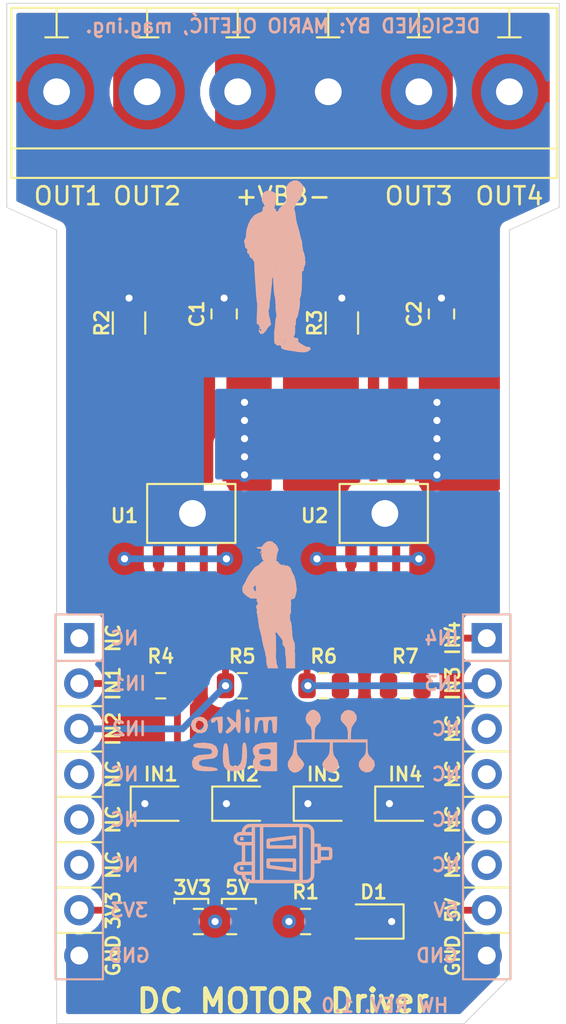
<source format=kicad_pcb>
(kicad_pcb (version 20171130) (host pcbnew "(5.1.5)-3")
  (layers (0 F.Cu signal) (31 B.Cu signal) (34 B.Paste user) (35 F.Paste user) (36 B.SilkS user) (37 F.SilkS user) (38 B.Mask user) (39 F.Mask user) (44 Edge.Cuts user))
  (net 0 "")
  (net 1 "Net-(CN1-Pad6)")
  (net 2 "Net-(CN1-Pad1)")
  (net 3 "Net-(CN1-Pad5)")
  (net 4 "Net-(CN1-Pad4)")
  (net 5 "Net-(CN2-Pad4)")
  (net 6 "Net-(CN2-Pad5)")
  (net 7 "Net-(CN2-Pad6)")
  (net 8 "Net-(CN2-Pad3)")
  (net 9 "Net-(D1-Pad2)")
  (net 10 "Net-(R2-Pad1)")
  (net 11 "Net-(R3-Pad1)")
  (net 12 GND)
  (net 13 +5V)
  (net 14 +3V3)
  (net 15 VCC)
  (net 16 /IN1)
  (net 17 /IN2)
  (net 18 /OUT2)
  (net 19 /OUT1)
  (net 20 /IN3)
  (net 21 /IN4)
  (net 22 /OUT4)
  (net 23 /OUT3)
  (net 24 +BATT)
  (net 25 "Net-(IN1-Pad2)")
  (net 26 "Net-(IN2-Pad2)")
  (net 27 "Net-(IN3-Pad2)")
  (net 28 "Net-(IN4-Pad2)")
  (module "DRV8870 BDC Motor Driver:DC_motor" (layer B.Cu) (at 139.7 117.475 180)
    (fp_text reference G*** hide)
    (fp_text value LOGO hide)
  )
  (module "DRV8870 BDC Motor Driver:me_logo3" (layer B.Cu) (at 139.065 103.505 180)
    (fp_text reference G*** hide)
    (fp_text value LOGO hide)
  )
  (module "DRV8870 BDC Motor Driver:m&d_logo4" (layer B.Cu) (at 139.7 84.455 180)
    (fp_text reference G*** hide)
    (fp_text value LOGO hide)
  )
  (module "DRV8870 BDC Motor Driver:ThermalPad" (layer F.Cu) (at 145.415 98.425)
    (fp_text reference REF** hide)
    (fp_text value ThermalPad hide)
    (pad 1 thru_hole rect (at 0 0) (size 2.5 2) (drill 1.5) (layers *.Cu *.Mask) (net 12 GND))
  )
  (module "DRV8870 BDC Motor Driver:ThermalPad" (layer F.Cu) (at 134.62 98.425)
    (fp_text reference REF** hide)
    (fp_text value ThermalPad hide)
    (pad 1 thru_hole rect (at 0 0) (size 2.5 2) (drill 1.5) (layers *.Cu *.Mask) (net 12 GND))
  )
  (module "DRV8870 BDC Motor Driver:Connector1x08_click" (layer B.Cu) (at 128.27 105.41 180)
    (fp_text reference CN1 hide)
    (fp_text value PinConnector1x08 hide)
    (pad 2 thru_hole oval (at 0 -2.54 180) (size 1.7 1.7) (drill 1) (layers *.Cu *.Mask) (net 16 /IN1))
    (pad 3 thru_hole oval (at 0 -5.08 180) (size 1.7 1.7) (drill 1) (layers *.Cu *.Mask) (net 17 /IN2))
    (pad 6 thru_hole oval (at 0 -12.7 180) (size 1.7 1.7) (drill 1) (layers *.Cu *.Mask) (net 1 "Net-(CN1-Pad6)"))
    (pad 7 thru_hole oval (at 0 -15.24 180) (size 1.7 1.7) (drill 1) (layers *.Cu *.Mask) (net 14 +3V3))
    (pad 1 thru_hole rect (at 0 0 180) (size 1.7 1.7) (drill 1) (layers *.Cu *.Mask) (net 2 "Net-(CN1-Pad1)"))
    (pad 5 thru_hole oval (at 0 -10.16 180) (size 1.7 1.7) (drill 1) (layers *.Cu *.Mask) (net 3 "Net-(CN1-Pad5)"))
    (pad 8 thru_hole oval (at 0 -17.78 180) (size 1.7 1.7) (drill 1) (layers *.Cu *.Mask) (net 12 GND))
    (pad 4 thru_hole oval (at 0 -7.62 180) (size 1.7 1.7) (drill 1) (layers *.Cu *.Mask) (net 4 "Net-(CN1-Pad4)"))
  )
  (module "DRV8870 BDC Motor Driver:Connector1x08_click" (layer B.Cu) (at 151.13 105.41 180)
    (fp_text reference CN2 hide)
    (fp_text value PinConnector1x08 hide)
    (pad 4 thru_hole oval (at 0 -7.62 180) (size 1.7 1.7) (drill 1) (layers *.Cu *.Mask) (net 5 "Net-(CN2-Pad4)"))
    (pad 8 thru_hole oval (at 0 -17.78 180) (size 1.7 1.7) (drill 1) (layers *.Cu *.Mask) (net 12 GND))
    (pad 5 thru_hole oval (at 0 -10.16 180) (size 1.7 1.7) (drill 1) (layers *.Cu *.Mask) (net 6 "Net-(CN2-Pad5)"))
    (pad 1 thru_hole rect (at 0 0 180) (size 1.7 1.7) (drill 1) (layers *.Cu *.Mask) (net 21 /IN4))
    (pad 7 thru_hole oval (at 0 -15.24 180) (size 1.7 1.7) (drill 1) (layers *.Cu *.Mask) (net 13 +5V))
    (pad 6 thru_hole oval (at 0 -12.7 180) (size 1.7 1.7) (drill 1) (layers *.Cu *.Mask) (net 7 "Net-(CN2-Pad6)"))
    (pad 3 thru_hole oval (at 0 -5.08 180) (size 1.7 1.7) (drill 1) (layers *.Cu *.Mask) (net 8 "Net-(CN2-Pad3)"))
    (pad 2 thru_hole oval (at 0 -2.54 180) (size 1.7 1.7) (drill 1) (layers *.Cu *.Mask) (net 20 /IN3))
  )
  (module "DRV8870 BDC Motor Driver:Jumper_0805" (layer F.Cu) (at 134.9525 121.285)
    (fp_text reference JMP1 hide)
    (fp_text value J0805 hide)
    (pad 3 smd roundrect (at 2.8044 0) (size 0.975 1.4) (layers F.Cu F.Paste F.Mask) (net 13 +5V))
    (pad 1 smd roundrect (at -0.9375 0) (size 0.975 1.4) (layers F.Cu F.Paste F.Mask) (net 14 +3V3))
    (pad 2 smd roundrect (at 0.9375 0) (size 0.975 1.4) (layers F.Cu F.Paste F.Mask) (net 15 VCC))
  )
  (module "DRV8870 BDC Motor Driver:HSOP-8" (layer F.Cu) (at 134.62 98.425 90)
    (fp_text reference U1 (at -0.127 -3.81 180) (layer F.SilkS) (effects (font (size 0.762 0.762))))
    (fp_text value DRV8870 hide)
    (pad 1 smd rect (at -2.875 -1.905 90) (size 2.15 0.45) (layers F.Cu F.Paste F.Mask) (net 12 GND))
    (pad 2 smd rect (at -2.875 -0.635 90) (size 2.15 0.45) (layers F.Cu F.Paste F.Mask) (net 16 /IN1))
    (pad 3 smd rect (at -2.875 0.635 90) (size 2.15 0.45) (layers F.Cu F.Paste F.Mask) (net 17 /IN2))
    (pad 4 smd rect (at -2.875 1.905 90) (size 2.15 0.45) (layers F.Cu F.Paste F.Mask) (net 15 VCC))
    (pad 5 smd rect (at 2.875 1.905 90) (size 2.15 0.45) (layers F.Cu F.Paste F.Mask) (net 24 +BATT))
    (pad 6 smd rect (at 2.875 0.635 90) (size 2.15 0.45) (layers F.Cu F.Paste F.Mask) (net 18 /OUT2))
    (pad 7 smd rect (at 2.875 -0.635 90) (size 2.15 0.45) (layers F.Cu F.Paste F.Mask) (net 10 "Net-(R2-Pad1)"))
    (pad 8 smd rect (at 2.875 -1.905 90) (size 2.15 0.45) (layers F.Cu F.Paste F.Mask) (net 19 /OUT1))
    (pad 9 smd rect (at 0 0 90) (size 2.4 3.1) (layers F.Cu F.Paste F.Mask) (net 12 GND))
  )
  (module "DRV8870 BDC Motor Driver:HSOP-8" (layer F.Cu) (at 145.415 98.425 90)
    (fp_text reference U2 (at -0.127 -3.937 180) (layer F.SilkS) (effects (font (size 0.762 0.762))))
    (fp_text value DRV8870 hide)
    (pad 1 smd rect (at -2.875 -1.905 90) (size 2.15 0.45) (layers F.Cu F.Paste F.Mask) (net 12 GND))
    (pad 2 smd rect (at -2.875 -0.635 90) (size 2.15 0.45) (layers F.Cu F.Paste F.Mask) (net 20 /IN3))
    (pad 3 smd rect (at -2.875 0.635 90) (size 2.15 0.45) (layers F.Cu F.Paste F.Mask) (net 21 /IN4))
    (pad 4 smd rect (at -2.875 1.905 90) (size 2.15 0.45) (layers F.Cu F.Paste F.Mask) (net 15 VCC))
    (pad 5 smd rect (at 2.875 1.905 90) (size 2.15 0.45) (layers F.Cu F.Paste F.Mask) (net 24 +BATT))
    (pad 6 smd rect (at 2.875 0.635 90) (size 2.15 0.45) (layers F.Cu F.Paste F.Mask) (net 22 /OUT4))
    (pad 7 smd rect (at 2.875 -0.635 90) (size 2.15 0.45) (layers F.Cu F.Paste F.Mask) (net 11 "Net-(R3-Pad1)"))
    (pad 8 smd rect (at 2.875 -1.905 90) (size 2.15 0.45) (layers F.Cu F.Paste F.Mask) (net 23 /OUT3))
    (pad 9 smd rect (at 0 0 90) (size 2.4 3.1) (layers F.Cu F.Paste F.Mask) (net 12 GND))
  )
  (module LED_SMD:LED_0805_2012Metric (layer F.Cu) (at 144.78 121.285 180)
    (fp_text reference D1 (at 0 1.651) (layer F.SilkS) (effects (font (size 0.762 0.762))))
    (fp_text value LED hide)
    (pad 1 smd roundrect (at -0.9375 0 180) (size 0.975 1.4) (layers F.Cu F.Paste F.Mask) (net 12 GND))
    (pad 2 smd roundrect (at 0.9375 0 180) (size 0.975 1.4) (layers F.Cu F.Paste F.Mask) (net 9 "Net-(D1-Pad2)"))
  )
  (module Resistor_SMD:R_0805_2012Metric (layer F.Cu) (at 140.97 121.285)
    (fp_text reference R1 (at 0 -1.65) (layer F.SilkS) (effects (font (size 0.762 0.762))))
    (fp_text value 4k7 hide)
    (pad 1 smd roundrect (at -0.9375 0) (size 0.975 1.4) (layers F.Cu F.Paste F.Mask) (net 15 VCC))
    (pad 2 smd roundrect (at 0.9375 0) (size 0.975 1.4) (layers F.Cu F.Paste F.Mask) (net 9 "Net-(D1-Pad2)"))
  )
  (module Resistor_SMD:R_1206_3216Metric (layer F.Cu) (at 131.064 87.757 90)
    (fp_text reference R2 (at 0 -1.524 90) (layer F.SilkS) (effects (font (size 0.762 0.762))))
    (fp_text value R hide)
    (pad 1 smd roundrect (at -1.4 0 90) (size 1.25 1.75) (layers F.Cu F.Paste F.Mask) (roundrect_rratio 0.2) (net 10 "Net-(R2-Pad1)"))
    (pad 2 smd roundrect (at 1.4 0 90) (size 1.25 1.75) (layers F.Cu F.Paste F.Mask) (roundrect_rratio 0.2) (net 12 GND))
  )
  (module Resistor_SMD:R_1206_3216Metric (layer F.Cu) (at 143.002 87.757 90)
    (fp_text reference R3 (at 0 -1.524 90) (layer F.SilkS) (effects (font (size 0.762 0.762))))
    (fp_text value R hide)
    (pad 2 smd roundrect (at 1.4 0 90) (size 1.25 1.75) (layers F.Cu F.Paste F.Mask) (roundrect_rratio 0.2) (net 12 GND))
    (pad 1 smd roundrect (at -1.4 0 90) (size 1.25 1.75) (layers F.Cu F.Paste F.Mask) (roundrect_rratio 0.2) (net 11 "Net-(R3-Pad1)"))
  )
  (module Capacitor_SMD:C_0805_2012Metric (layer F.Cu) (at 136.398 87.249 90)
    (fp_text reference C1 (at 0 -1.524 90) (layer F.SilkS) (effects (font (size 0.762 0.762))))
    (fp_text value 100nF hide)
    (pad 2 smd roundrect (at 0.9375 0 90) (size 0.975 1.4) (layers F.Cu F.Paste F.Mask) (net 12 GND))
    (pad 1 smd roundrect (at -0.9375 0 90) (size 0.975 1.4) (layers F.Cu F.Paste F.Mask) (net 24 +BATT))
  )
  (module Capacitor_SMD:C_0805_2012Metric (layer F.Cu) (at 148.59 87.249 90)
    (fp_text reference C2 (at 0 -1.524 90) (layer F.SilkS) (effects (font (size 0.762 0.762))))
    (fp_text value 100nF hide)
    (pad 1 smd roundrect (at -0.9375 0 90) (size 0.975 1.4) (layers F.Cu F.Paste F.Mask) (net 24 +BATT))
    (pad 2 smd roundrect (at 0.9375 0 90) (size 0.975 1.4) (layers F.Cu F.Paste F.Mask) (net 12 GND))
  )
  (module "DRV8870 BDC Motor Driver:mikrobus_logo5" (layer B.Cu) (at 139.7 111.252 180)
    (fp_text reference logo1 hide)
    (fp_text value mikroBUSlogo hide)
  )
  (module "DRV8870 BDC Motor Driver:PCB_Screw_Terminal_5.08_6ways" (layer F.Cu) (at 152.4 74.93 180)
    (fp_text reference J1 hide)
    (fp_text value Screw_Terminal_01x06 hide)
    (pad 3 thru_hole circle (at 10.16 0.127 180) (size 3.2 3.2) (drill 1.5) (layers *.Cu *.Mask) (net 12 GND))
    (pad 1 thru_hole circle (at 0 0.127 180) (size 3.2 3.2) (drill 1.5) (layers *.Cu *.Mask) (net 22 /OUT4))
    (pad 2 thru_hole circle (at 5.08 0.127 180) (size 3.2 3.2) (drill 1.5) (layers *.Cu *.Mask) (net 23 /OUT3))
    (pad 4 thru_hole circle (at 15.24 0.127 180) (size 3.2 3.2) (drill 1.5) (layers *.Cu *.Mask) (net 24 +BATT))
    (pad 5 thru_hole circle (at 20.32 0.127 180) (size 3.2 3.2) (drill 1.5) (layers *.Cu *.Mask) (net 18 /OUT2))
    (pad 6 thru_hole circle (at 25.4 0.127 180) (size 3.2 3.2) (drill 1.5) (layers *.Cu *.Mask) (net 19 /OUT1))
  )
  (module LED_SMD:LED_0805_2012Metric (layer F.Cu) (at 132.842 114.681)
    (fp_text reference IN1 (at 0 -1.65) (layer F.SilkS) (effects (font (size 0.762 0.762))))
    (fp_text value LED hide)
    (pad 1 smd roundrect (at -0.9375 0) (size 0.975 1.4) (layers F.Cu F.Paste F.Mask) (net 12 GND))
    (pad 2 smd roundrect (at 0.9375 0) (size 0.975 1.4) (layers F.Cu F.Paste F.Mask) (net 25 "Net-(IN1-Pad2)"))
  )
  (module LED_SMD:LED_0805_2012Metric (layer F.Cu) (at 137.414 114.681)
    (fp_text reference IN2 (at 0 -1.65) (layer F.SilkS) (effects (font (size 0.762 0.762))))
    (fp_text value LED hide)
    (pad 2 smd roundrect (at 0.9375 0) (size 0.975 1.4) (layers F.Cu F.Paste F.Mask) (net 26 "Net-(IN2-Pad2)"))
    (pad 1 smd roundrect (at -0.9375 0) (size 0.975 1.4) (layers F.Cu F.Paste F.Mask) (net 12 GND))
  )
  (module LED_SMD:LED_0805_2012Metric (layer F.Cu) (at 141.986 114.681)
    (fp_text reference IN3 (at 0 -1.65) (layer F.SilkS) (effects (font (size 0.762 0.762))))
    (fp_text value LED hide)
    (pad 2 smd roundrect (at 0.9375 0) (size 0.975 1.4) (layers F.Cu F.Paste F.Mask) (net 27 "Net-(IN3-Pad2)"))
    (pad 1 smd roundrect (at -0.9375 0) (size 0.975 1.4) (layers F.Cu F.Paste F.Mask) (net 12 GND))
  )
  (module LED_SMD:LED_0805_2012Metric (layer F.Cu) (at 146.558 114.681)
    (fp_text reference IN4 (at 0 -1.65) (layer F.SilkS) (effects (font (size 0.762 0.762))))
    (fp_text value LED hide)
    (pad 1 smd roundrect (at -0.9375 0) (size 0.975 1.4) (layers F.Cu F.Paste F.Mask) (net 12 GND))
    (pad 2 smd roundrect (at 0.9375 0) (size 0.975 1.4) (layers F.Cu F.Paste F.Mask) (net 28 "Net-(IN4-Pad2)"))
  )
  (module Resistor_SMD:R_0805_2012Metric (layer F.Cu) (at 132.842 108.077)
    (fp_text reference R4 (at 0 -1.65) (layer F.SilkS) (effects (font (size 0.762 0.762))))
    (fp_text value 4k7 hide)
    (pad 1 smd roundrect (at -0.9375 0) (size 0.975 1.4) (layers F.Cu F.Paste F.Mask) (net 16 /IN1))
    (pad 2 smd roundrect (at 0.9375 0) (size 0.975 1.4) (layers F.Cu F.Paste F.Mask) (net 25 "Net-(IN1-Pad2)"))
  )
  (module Resistor_SMD:R_0805_2012Metric (layer F.Cu) (at 137.414 108.077)
    (fp_text reference R5 (at 0 -1.65) (layer F.SilkS) (effects (font (size 0.762 0.762))))
    (fp_text value 4k7 hide)
    (pad 2 smd roundrect (at 0.9375 0) (size 0.975 1.4) (layers F.Cu F.Paste F.Mask) (net 26 "Net-(IN2-Pad2)"))
    (pad 1 smd roundrect (at -0.9375 0) (size 0.975 1.4) (layers F.Cu F.Paste F.Mask) (net 17 /IN2))
  )
  (module Resistor_SMD:R_0805_2012Metric (layer F.Cu) (at 141.986 108.077)
    (fp_text reference R6 (at 0 -1.65) (layer F.SilkS) (effects (font (size 0.762 0.762))))
    (fp_text value 4k7 hide)
    (pad 1 smd roundrect (at -0.9375 0) (size 0.975 1.4) (layers F.Cu F.Paste F.Mask) (net 20 /IN3))
    (pad 2 smd roundrect (at 0.9375 0) (size 0.975 1.4) (layers F.Cu F.Paste F.Mask) (net 27 "Net-(IN3-Pad2)"))
  )
  (module Resistor_SMD:R_0805_2012Metric (layer F.Cu) (at 146.558 108.077)
    (fp_text reference R7 (at 0 -1.65) (layer F.SilkS) (effects (font (size 0.762 0.762))))
    (fp_text value 4k7 hide)
    (pad 2 smd roundrect (at 0.9375 0) (size 0.975 1.4) (layers F.Cu F.Paste F.Mask) (net 28 "Net-(IN4-Pad2)"))
    (pad 1 smd roundrect (at -0.9375 0) (size 0.975 1.4) (layers F.Cu F.Paste F.Mask) (net 21 /IN4))
  )
  (gr_text OUT4 (at 152.4 80.645) (layer F.SilkS) (effects (font (size 1 1))))
  (gr_text OUT3 (at 147.32 80.645) (layer F.SilkS) (effects (font (size 1 1))))
  (gr_text OUT2 (at 132.08 80.645) (layer F.SilkS) (effects (font (size 1 1))))
  (gr_text OUT1 (at 127.635 80.645) (layer F.SilkS) (effects (font (size 1 1))))
  (gr_text +VBB- (at 139.7 80.645) (layer F.SilkS) (effects (font (size 1 1))))
  (gr_line (start 138.176 120.015) (end 138.176 120.269) (layer F.SilkS) (width 0.12))
  (gr_line (start 136.271 120.015) (end 138.176 120.015) (layer F.SilkS) (width 0.12))
  (gr_line (start 136.271 120.269) (end 136.271 120.015) (layer F.SilkS) (width 0.12))
  (gr_line (start 135.509 120.015) (end 135.509 120.269) (layer F.SilkS) (width 0.12))
  (gr_line (start 133.604 120.015) (end 135.509 120.015) (layer F.SilkS) (width 0.12))
  (gr_line (start 133.604 120.269) (end 133.604 120.015) (layer F.SilkS) (width 0.12))
  (gr_line (start 155.194 81.28) (end 152.4 82.55) (layer Edge.Cuts) (width 0.05))
  (gr_line (start 155.194 69.85) (end 155.194 81.28) (layer Edge.Cuts) (width 0.05))
  (gr_line (start 124.206 81.28) (end 127 82.55) (layer Edge.Cuts) (width 0.05))
  (gr_line (start 124.206 69.85) (end 124.206 81.28) (layer Edge.Cuts) (width 0.05))
  (gr_text "DESIGNED BY: MARIO OLETIĆ, mag.ing." (at 139.7 71.12) (layer B.SilkS) (effects (font (size 0.762 0.762)) (justify mirror)))
  (gr_text "HW REV. 1.0" (at 145.415 125.984) (layer B.SilkS) (effects (font (size 0.762 0.762)) (justify mirror)))
  (gr_text IN4 (at 148.59 105.41) (layer B.SilkS) (effects (font (size 0.762 0.762)) (justify mirror)))
  (gr_text IN3 (at 148.59 107.95) (layer B.SilkS) (effects (font (size 0.762 0.762)) (justify mirror)))
  (gr_text NC (at 148.844 110.49) (layer B.SilkS) (effects (font (size 0.762 0.762)) (justify mirror)))
  (gr_text NC (at 148.844 113.03) (layer B.SilkS) (effects (font (size 0.762 0.762)) (justify mirror)))
  (gr_text NC (at 148.844 115.57) (layer B.SilkS) (effects (font (size 0.762 0.762)) (justify mirror)))
  (gr_text NC (at 148.844 118.11) (layer B.SilkS) (effects (font (size 0.762 0.762)) (justify mirror)))
  (gr_text 5V (at 148.844 120.65) (layer B.SilkS) (effects (font (size 0.762 0.762)) (justify mirror)))
  (gr_text GND (at 148.336 123.19) (layer B.SilkS) (effects (font (size 0.762 0.762)) (justify mirror)))
  (gr_text GND (at 131.064 123.19) (layer B.SilkS) (effects (font (size 0.762 0.762)) (justify mirror)))
  (gr_text 3V3 (at 131.064 120.65) (layer B.SilkS) (effects (font (size 0.762 0.762)) (justify mirror)))
  (gr_text NC (at 130.81 118.11) (layer B.SilkS) (effects (font (size 0.762 0.762)) (justify mirror)))
  (gr_text NC (at 130.81 115.57) (layer B.SilkS) (effects (font (size 0.762 0.762)) (justify mirror)))
  (gr_text NC (at 130.81 113.03) (layer B.SilkS) (effects (font (size 0.762 0.762)) (justify mirror)))
  (gr_text IN2 (at 131.064 110.49) (layer B.SilkS) (effects (font (size 0.762 0.762)) (justify mirror)))
  (gr_text IN1 (at 131.064 107.95) (layer B.SilkS) (effects (font (size 0.762 0.762)) (justify mirror)))
  (gr_text NC (at 130.81 105.41) (layer B.SilkS) (effects (font (size 0.762 0.762)) (justify mirror)))
  (gr_text "DC MOTOR Driver" (at 139.7 125.73) (layer F.SilkS) (effects (font (size 1.27 1.27) (thickness 0.254))))
  (gr_text 5V (at 137.16 119.38) (layer F.SilkS) (effects (font (size 0.762 0.762))))
  (gr_text 3V3 (at 134.62 119.38) (layer F.SilkS) (effects (font (size 0.762 0.762))))
  (gr_text NC (at 130.175 118.11 90) (layer F.SilkS) (effects (font (size 0.762 0.762))))
  (gr_text NC (at 130.175 115.57 90) (layer F.SilkS) (effects (font (size 0.762 0.762))))
  (gr_text NC (at 130.175 113.03 90) (layer F.SilkS) (effects (font (size 0.762 0.762))))
  (gr_text NC (at 130.175 105.41 90) (layer F.SilkS) (effects (font (size 0.762 0.762))))
  (gr_text NC (at 149.225 118.11 90) (layer F.SilkS) (effects (font (size 0.762 0.762))))
  (gr_text NC (at 149.225 115.57 90) (layer F.SilkS) (effects (font (size 0.762 0.762))))
  (gr_text NC (at 149.225 113.03 90) (layer F.SilkS) (effects (font (size 0.762 0.762))))
  (gr_text NC (at 149.225 110.49 90) (layer F.SilkS) (effects (font (size 0.762 0.762))))
  (gr_text IN4 (at 149.225 105.41 90) (layer F.SilkS) (effects (font (size 0.762 0.762))))
  (gr_text IN3 (at 149.225 107.95 90) (layer F.SilkS) (effects (font (size 0.762 0.762))))
  (gr_text IN2 (at 130.175 110.49 90) (layer F.SilkS) (effects (font (size 0.762 0.762))))
  (gr_text IN1 (at 130.175 107.95 90) (layer F.SilkS) (effects (font (size 0.762 0.762))))
  (gr_text 5V (at 149.225 120.65 90) (layer F.SilkS) (effects (font (size 0.762 0.762))))
  (gr_text 3V3 (at 130.175 120.65 90) (layer F.SilkS) (effects (font (size 0.762 0.762))))
  (gr_text GND (at 149.225 123.19 90) (layer F.SilkS) (effects (font (size 0.762 0.762))))
  (gr_text GND (at 130.175 123.19 90) (layer F.SilkS) (effects (font (size 0.762 0.762))))
  (gr_line (start 152.4 106.68) (end 149.86 106.68) (layer F.SilkS) (width 0.12))
  (gr_line (start 152.4 109.22) (end 149.86 109.22) (layer F.SilkS) (width 0.12))
  (gr_line (start 152.4 111.76) (end 149.86 111.76) (layer F.SilkS) (width 0.12))
  (gr_line (start 152.4 114.3) (end 149.86 114.3) (layer F.SilkS) (width 0.12))
  (gr_line (start 152.4 116.84) (end 149.86 116.84) (layer F.SilkS) (width 0.12))
  (gr_line (start 152.4 119.38) (end 149.86 119.38) (layer F.SilkS) (width 0.12))
  (gr_line (start 152.4 121.92) (end 149.86 121.92) (layer F.SilkS) (width 0.12))
  (gr_line (start 127 121.92) (end 129.54 121.92) (layer F.SilkS) (width 0.12))
  (gr_line (start 127 119.38) (end 129.54 119.38) (layer F.SilkS) (width 0.12))
  (gr_line (start 127 116.84) (end 129.54 116.84) (layer F.SilkS) (width 0.12))
  (gr_line (start 127 114.3) (end 129.54 114.3) (layer F.SilkS) (width 0.12))
  (gr_line (start 127 111.76) (end 129.54 111.76) (layer F.SilkS) (width 0.12))
  (gr_line (start 127 109.22) (end 129.54 109.22) (layer F.SilkS) (width 0.12))
  (gr_line (start 127 106.68) (end 129.54 106.68) (layer F.SilkS) (width 0.12))
  (gr_line (start 155.194 69.85) (end 124.206 69.85) (layer Edge.Cuts) (width 0.05))
  (gr_line (start 152.4 82.55) (end 152.4 124.46) (layer Edge.Cuts) (width 0.05))
  (gr_line (start 127 127) (end 127 82.55) (layer Edge.Cuts) (width 0.05))
  (gr_line (start 149.86 127) (end 152.4 124.46) (layer Edge.Cuts) (width 0.05))
  (gr_line (start 127 127) (end 149.86 127) (layer Edge.Cuts) (width 0.05))
  (via (at 148.336 92.202) (size 0.8) (drill 0.4) (layers F.Cu B.Cu) (net 24))
  (via (at 137.541 92.202) (size 0.8) (drill 0.4) (layers F.Cu B.Cu) (net 24))
  (segment (start 141.9075 121.285) (end 143.8425 121.285) (width 0.381) (layer F.Cu) (net 9))
  (segment (start 133.985 93.84) (end 132.22 92.075) (width 0.635) (layer F.Cu) (net 10))
  (segment (start 133.985 95.55) (end 133.985 93.84) (width 0.635) (layer F.Cu) (net 10))
  (segment (start 132.22 92.075) (end 132.08 92.075) (width 0.635) (layer F.Cu) (net 10))
  (segment (start 131.064 91.059) (end 131.064 89.157) (width 0.635) (layer F.Cu) (net 10))
  (segment (start 132.08 92.075) (end 131.064 91.059) (width 0.635) (layer F.Cu) (net 10))
  (segment (start 143.877 89.157) (end 143.002 89.157) (width 0.635) (layer F.Cu) (net 11))
  (segment (start 144.78 90.06) (end 143.877 89.157) (width 0.635) (layer F.Cu) (net 11))
  (segment (start 144.78 95.55) (end 144.78 90.06) (width 0.635) (layer F.Cu) (net 11))
  (via (at 148.59 86.36) (size 0.8) (drill 0.4) (layers F.Cu B.Cu) (net 12))
  (via (at 143.002 86.36) (size 0.8) (drill 0.4) (layers F.Cu B.Cu) (net 12))
  (via (at 136.398 86.36) (size 0.8) (drill 0.4) (layers F.Cu B.Cu) (net 12))
  (via (at 131.064 86.36) (size 0.8) (drill 0.4) (layers F.Cu B.Cu) (net 12))
  (via (at 145.796 121.285) (size 0.8) (drill 0.4) (layers F.Cu B.Cu) (net 12))
  (via (at 145.669 114.681) (size 0.8) (drill 0.4) (layers F.Cu B.Cu) (net 12))
  (via (at 141.097 114.681) (size 0.8) (drill 0.4) (layers F.Cu B.Cu) (net 12))
  (via (at 136.525 114.681) (size 0.8) (drill 0.4) (layers F.Cu B.Cu) (net 12))
  (via (at 131.953 114.681) (size 0.8) (drill 0.4) (layers F.Cu B.Cu) (net 12))
  (segment (start 132.735 98.425) (end 134.62 98.425) (width 0.635) (layer F.Cu) (net 12))
  (segment (start 132.715 98.445) (end 132.735 98.425) (width 0.635) (layer F.Cu) (net 12))
  (segment (start 132.715 101.3) (end 132.715 98.445) (width 0.635) (layer F.Cu) (net 12))
  (segment (start 143.53 98.425) (end 145.415 98.425) (width 0.635) (layer F.Cu) (net 12))
  (segment (start 143.51 101.3) (end 143.51 98.445) (width 0.635) (layer F.Cu) (net 12))
  (segment (start 143.51 98.445) (end 143.53 98.425) (width 0.635) (layer F.Cu) (net 12))
  (segment (start 137.7569 121.285) (end 137.7569 122.5169) (width 0.381) (layer F.Cu) (net 13))
  (segment (start 137.7569 122.5169) (end 138.43 123.19) (width 0.381) (layer F.Cu) (net 13))
  (segment (start 138.43 123.19) (end 147.955 123.19) (width 0.381) (layer F.Cu) (net 13))
  (segment (start 147.955 123.19) (end 148.59 122.555) (width 0.381) (layer F.Cu) (net 13))
  (segment (start 148.59 122.555) (end 148.59 121.285) (width 0.381) (layer F.Cu) (net 13))
  (segment (start 149.225 120.65) (end 151.13 120.65) (width 0.381) (layer F.Cu) (net 13))
  (segment (start 148.59 121.285) (end 149.225 120.65) (width 0.381) (layer F.Cu) (net 13))
  (segment (start 134.015 121.285) (end 132.715 121.285) (width 0.381) (layer F.Cu) (net 14))
  (segment (start 132.08 120.65) (end 128.27 120.65) (width 0.381) (layer F.Cu) (net 14))
  (segment (start 132.715 121.285) (end 132.08 120.65) (width 0.381) (layer F.Cu) (net 14))
  (via (at 141.605 100.965) (size 0.8) (drill 0.4) (layers F.Cu B.Cu) (net 15))
  (via (at 130.81 100.965) (size 0.8) (drill 0.4) (layers F.Cu B.Cu) (net 15))
  (via (at 147.32 100.965) (size 0.8) (drill 0.4) (layers F.Cu B.Cu) (net 15))
  (via (at 136.525 100.965) (size 0.8) (drill 0.4) (layers F.Cu B.Cu) (net 15))
  (segment (start 136.525 119.38) (end 135.89 120.015) (width 0.381) (layer F.Cu) (net 15))
  (segment (start 139.7 119.38) (end 136.525 119.38) (width 0.381) (layer F.Cu) (net 15))
  (segment (start 135.89 120.015) (end 135.89 121.285) (width 0.381) (layer F.Cu) (net 15))
  (segment (start 140.0325 121.285) (end 140.0325 121.285) (width 0.381) (layer F.Cu) (net 15))
  (segment (start 140.0325 119.7125) (end 139.7 119.38) (width 0.381) (layer F.Cu) (net 15))
  (segment (start 135.89 121.285) (end 135.89 121.285) (width 0.381) (layer F.Cu) (net 15))
  (via (at 135.89 121.285) (size 0.8) (drill 0.4) (layers F.Cu B.Cu) (net 15))
  (segment (start 140.0325 121.285) (end 140.0325 119.7125) (width 0.381) (layer F.Cu) (net 15))
  (via (at 140.0325 121.285) (size 0.8) (drill 0.4) (layers F.Cu B.Cu) (net 15))
  (segment (start 136.525 100.965) (end 130.81 100.965) (width 0.381) (layer B.Cu) (net 15))
  (segment (start 147.32 100.965) (end 141.605 100.965) (width 0.381) (layer B.Cu) (net 15))
  (segment (start 131.7775 107.95) (end 131.9045 108.077) (width 0.381) (layer F.Cu) (net 16))
  (segment (start 128.27 107.95) (end 131.7775 107.95) (width 0.381) (layer F.Cu) (net 16))
  (segment (start 133.985 101.3) (end 133.985 103.505) (width 0.381) (layer F.Cu) (net 16))
  (segment (start 131.9045 105.5855) (end 131.9045 108.077) (width 0.381) (layer F.Cu) (net 16))
  (segment (start 133.985 103.505) (end 131.9045 105.5855) (width 0.381) (layer F.Cu) (net 16))
  (segment (start 135.255 101.3) (end 135.255 104.14) (width 0.381) (layer F.Cu) (net 17))
  (segment (start 136.4765 105.3615) (end 136.4765 108.077) (width 0.381) (layer F.Cu) (net 17))
  (segment (start 135.255 104.14) (end 136.4765 105.3615) (width 0.381) (layer F.Cu) (net 17))
  (segment (start 136.4765 108.077) (end 136.4765 108.077) (width 0.381) (layer F.Cu) (net 17))
  (via (at 136.4765 108.077) (size 0.8) (drill 0.4) (layers F.Cu B.Cu) (net 17))
  (segment (start 134.0635 110.49) (end 136.4765 108.077) (width 0.381) (layer B.Cu) (net 17))
  (segment (start 128.27 110.49) (end 134.0635 110.49) (width 0.381) (layer B.Cu) (net 17))
  (via (at 141.097 108.077) (size 0.8) (drill 0.4) (layers F.Cu B.Cu) (net 20))
  (segment (start 151.003 108.077) (end 151.13 107.95) (width 0.381) (layer B.Cu) (net 20))
  (segment (start 141.097 108.077) (end 151.003 108.077) (width 0.381) (layer B.Cu) (net 20))
  (segment (start 144.78 101.3) (end 144.78 102.87) (width 0.381) (layer F.Cu) (net 20))
  (segment (start 141.0485 106.6015) (end 141.0485 108.077) (width 0.381) (layer F.Cu) (net 20))
  (segment (start 144.78 102.87) (end 141.0485 106.6015) (width 0.381) (layer F.Cu) (net 20))
  (segment (start 145.6205 107.1095) (end 145.6205 108.077) (width 0.381) (layer F.Cu) (net 21))
  (segment (start 151.13 105.41) (end 147.32 105.41) (width 0.381) (layer F.Cu) (net 21))
  (segment (start 147.32 105.41) (end 145.6205 107.1095) (width 0.381) (layer F.Cu) (net 21))
  (segment (start 149.899 105.41) (end 151.13 105.41) (width 0.381) (layer F.Cu) (net 21))
  (segment (start 148.704 105.41) (end 149.899 105.41) (width 0.381) (layer F.Cu) (net 21))
  (segment (start 146.05 102.756) (end 148.704 105.41) (width 0.381) (layer F.Cu) (net 21))
  (segment (start 146.05 101.3) (end 146.05 102.756) (width 0.381) (layer F.Cu) (net 21))
  (via (at 148.336 93.218) (size 0.8) (drill 0.4) (layers F.Cu B.Cu) (net 24))
  (via (at 148.336 94.234) (size 0.8) (drill 0.4) (layers F.Cu B.Cu) (net 24))
  (via (at 148.336 95.25) (size 0.8) (drill 0.4) (layers F.Cu B.Cu) (net 24))
  (via (at 148.336 96.266) (size 0.8) (drill 0.4) (layers F.Cu B.Cu) (net 24))
  (via (at 137.541 93.218) (size 0.8) (drill 0.4) (layers F.Cu B.Cu) (net 24))
  (via (at 137.541 94.234) (size 0.8) (drill 0.4) (layers F.Cu B.Cu) (net 24))
  (via (at 137.541 95.25) (size 0.8) (drill 0.4) (layers F.Cu B.Cu) (net 24))
  (via (at 137.541 96.266) (size 0.8) (drill 0.4) (layers F.Cu B.Cu) (net 24))
  (segment (start 133.7795 108.077) (end 133.7795 114.681) (width 0.381) (layer F.Cu) (net 25))
  (segment (start 138.3515 108.077) (end 138.3515 114.681) (width 0.381) (layer F.Cu) (net 26))
  (segment (start 142.9235 108.077) (end 142.9235 114.681) (width 0.381) (layer F.Cu) (net 27))
  (segment (start 147.4955 108.077) (end 147.4955 114.681) (width 0.381) (layer F.Cu) (net 28))
  (zone (net 19) (net_name /OUT1) (layer F.Cu) (connect_pads yes (clearance 0.508)) (min_thickness 0.254) (fill yes (arc_segments 32) (thermal_gap 0.508) (thermal_bridge_width 0.508))
    (polygon (pts (xy 129.54 76.835) (xy 130.81 78.105) (xy 130.81 90.805) (xy 133.985 93.98) (xy 133.985 97.155) (xy 127 97.155) (xy 127 82.55) (xy 123.825 81.28) (xy 123.825 69.85) (xy 129.54 69.85)))
  )
  (zone (net 18) (net_name /OUT2) (layer F.Cu) (connect_pads yes (clearance 0.508)) (min_thickness 0.254) (fill yes (arc_segments 32) (thermal_gap 0.508) (thermal_bridge_width 0.508))
    (polygon (pts (xy 135.255 89.535) (xy 135.89 89.535) (xy 135.89 97.155) (xy 134.62 97.155) (xy 134.62 93.345) (xy 131.445 90.17) (xy 131.445 77.47) (xy 130.175 76.2) (xy 130.175 69.85) (xy 135.255 69.85)))
  )
  (zone (net 24) (net_name +BATT) (layer F.Cu) (connect_pads yes (clearance 0.508)) (min_thickness 0.254) (fill yes (arc_segments 32) (thermal_gap 0.508) (thermal_bridge_width 0.508))
    (polygon (pts (xy 142.24 78.105) (xy 139.065 78.105) (xy 139.065 97.155) (xy 136.525 97.155) (xy 136.525 88.9) (xy 135.89 88.9) (xy 135.89 69.85) (xy 142.24 69.85)))
  )
  (zone (net 23) (net_name /OUT3) (layer F.Cu) (connect_pads yes (clearance 0.508)) (min_thickness 0.254) (fill yes (arc_segments 32) (thermal_gap 0.508) (thermal_bridge_width 0.508))
    (polygon (pts (xy 149.225 81.28) (xy 144.145 81.28) (xy 144.145 97.155) (xy 139.7 97.155) (xy 139.7 78.74) (xy 142.875 78.74) (xy 142.875 69.85) (xy 149.225 69.85)))
  )
  (zone (net 22) (net_name /OUT4) (layer F.Cu) (connect_pads yes (clearance 0.508)) (min_thickness 0.254) (fill yes (arc_segments 32) (thermal_gap 0.508) (thermal_bridge_width 0.508))
    (polygon (pts (xy 155.575 81.28) (xy 152.4 82.55) (xy 152.4 85.09) (xy 147.955 85.09) (xy 147.955 88.9) (xy 146.685 88.9) (xy 146.685 97.155) (xy 144.78 97.155) (xy 144.78 81.915) (xy 149.86 81.915) (xy 149.86 69.85) (xy 155.575 69.85)))
  )
  (zone (net 24) (net_name +BATT) (layer F.Cu) (connect_pads yes (clearance 0.508)) (min_thickness 0.254) (fill yes (arc_segments 32) (thermal_gap 0.508) (thermal_bridge_width 0.508))
    (polygon (pts (xy 152.4 97.155) (xy 147.32 97.155) (xy 147.32 89.535) (xy 148.59 89.535) (xy 148.59 85.725) (xy 152.4 85.725)))
  )
  (zone (net 24) (net_name +BATT) (layer B.Cu) (connect_pads yes (clearance 0.508)) (min_thickness 0.254) (fill yes (arc_segments 32) (thermal_gap 0.508) (thermal_bridge_width 0.508))
    (polygon (pts (xy 152.4 96.52) (xy 135.89 96.52) (xy 135.89 91.44) (xy 152.4 91.44)))
  )
  (zone (net 12) (net_name GND) (layer B.Cu) (connect_pads yes (clearance 0.508)) (min_thickness 0.254) (fill yes (arc_segments 32) (thermal_gap 0.508) (thermal_bridge_width 0.508))
    (polygon (pts (xy 155.575 81.28) (xy 152.4 82.55) (xy 152.4 90.805) (xy 135.255 90.805) (xy 135.255 97.155) (xy 152.4 97.155) (xy 152.4 127) (xy 127 127) (xy 127 82.55) (xy 123.825 81.28) (xy 123.825 69.85) (xy 155.575 69.85)))
  )
  (zone (net 15) (net_name VCC) (layer F.Cu) (connect_pads yes (clearance 0.508)) (min_thickness 0.254) (fill yes (arc_segments 32) (thermal_gap 0.508) (thermal_bridge_width 0.508))
    (polygon (pts (xy 152.4 127) (xy 127 127) (xy 127 97.79) (xy 152.4 97.79)))
  )
)
</source>
